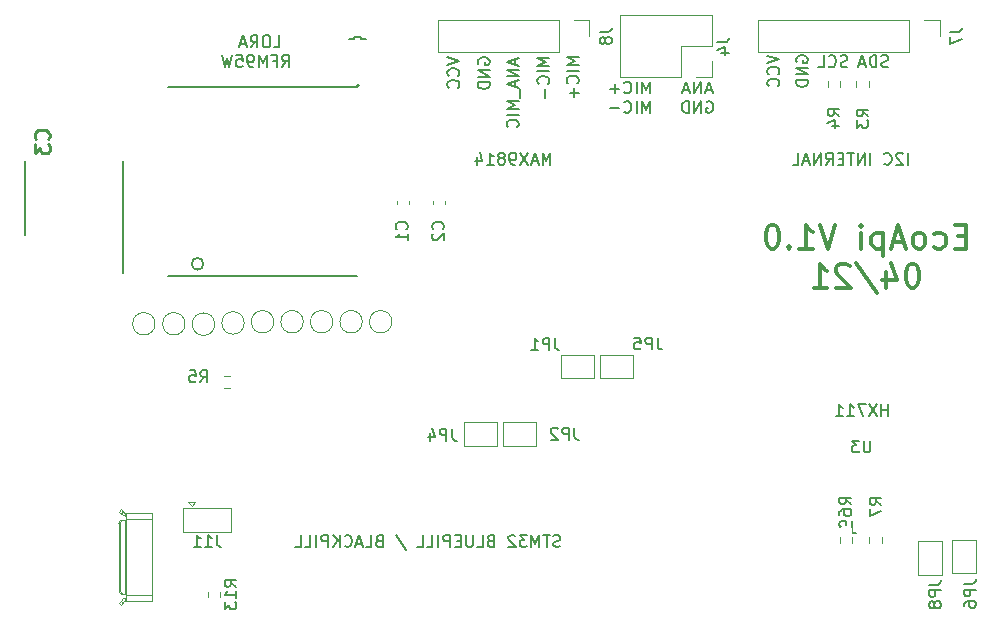
<source format=gbo>
G04 #@! TF.GenerationSoftware,KiCad,Pcbnew,5.1.9-73d0e3b20d~88~ubuntu18.04.1*
G04 #@! TF.CreationDate,2021-04-09T21:08:54+02:00*
G04 #@! TF.ProjectId,EcoApi_pcb,45636f41-7069-45f7-9063-622e6b696361,rev?*
G04 #@! TF.SameCoordinates,Original*
G04 #@! TF.FileFunction,Legend,Bot*
G04 #@! TF.FilePolarity,Positive*
%FSLAX46Y46*%
G04 Gerber Fmt 4.6, Leading zero omitted, Abs format (unit mm)*
G04 Created by KiCad (PCBNEW 5.1.9-73d0e3b20d~88~ubuntu18.04.1) date 2021-04-09 21:08:54*
%MOMM*%
%LPD*%
G01*
G04 APERTURE LIST*
%ADD10C,0.150000*%
%ADD11C,0.300000*%
%ADD12C,0.120000*%
%ADD13C,0.200000*%
%ADD14C,0.127000*%
%ADD15C,0.254000*%
%ADD16O,2.032000X2.540000*%
%ADD17O,2.000000X2.540000*%
%ADD18C,3.406000*%
%ADD19C,2.700000*%
%ADD20O,1.700000X1.700000*%
%ADD21R,1.700000X1.700000*%
%ADD22R,2.150000X4.000000*%
%ADD23R,1.000000X1.500000*%
%ADD24R,1.500000X1.000000*%
%ADD25C,1.500000*%
%ADD26R,1.950000X1.950000*%
%ADD27C,1.950000*%
%ADD28R,2.500000X1.200000*%
%ADD29C,1.700000*%
%ADD30R,1.050000X2.200000*%
%ADD31R,1.000000X1.050000*%
G04 APERTURE END LIST*
D10*
X91453809Y-77357380D02*
X91930000Y-77357380D01*
X91930000Y-76357380D01*
X90930000Y-76357380D02*
X90739523Y-76357380D01*
X90644285Y-76405000D01*
X90549047Y-76500238D01*
X90501428Y-76690714D01*
X90501428Y-77024047D01*
X90549047Y-77214523D01*
X90644285Y-77309761D01*
X90739523Y-77357380D01*
X90930000Y-77357380D01*
X91025238Y-77309761D01*
X91120476Y-77214523D01*
X91168095Y-77024047D01*
X91168095Y-76690714D01*
X91120476Y-76500238D01*
X91025238Y-76405000D01*
X90930000Y-76357380D01*
X89501428Y-77357380D02*
X89834761Y-76881190D01*
X90072857Y-77357380D02*
X90072857Y-76357380D01*
X89691904Y-76357380D01*
X89596666Y-76405000D01*
X89549047Y-76452619D01*
X89501428Y-76547857D01*
X89501428Y-76690714D01*
X89549047Y-76785952D01*
X89596666Y-76833571D01*
X89691904Y-76881190D01*
X90072857Y-76881190D01*
X89120476Y-77071666D02*
X88644285Y-77071666D01*
X89215714Y-77357380D02*
X88882380Y-76357380D01*
X88549047Y-77357380D01*
X92144285Y-79007380D02*
X92477619Y-78531190D01*
X92715714Y-79007380D02*
X92715714Y-78007380D01*
X92334761Y-78007380D01*
X92239523Y-78055000D01*
X92191904Y-78102619D01*
X92144285Y-78197857D01*
X92144285Y-78340714D01*
X92191904Y-78435952D01*
X92239523Y-78483571D01*
X92334761Y-78531190D01*
X92715714Y-78531190D01*
X91382380Y-78483571D02*
X91715714Y-78483571D01*
X91715714Y-79007380D02*
X91715714Y-78007380D01*
X91239523Y-78007380D01*
X90858571Y-79007380D02*
X90858571Y-78007380D01*
X90525238Y-78721666D01*
X90191904Y-78007380D01*
X90191904Y-79007380D01*
X89668095Y-79007380D02*
X89477619Y-79007380D01*
X89382380Y-78959761D01*
X89334761Y-78912142D01*
X89239523Y-78769285D01*
X89191904Y-78578809D01*
X89191904Y-78197857D01*
X89239523Y-78102619D01*
X89287142Y-78055000D01*
X89382380Y-78007380D01*
X89572857Y-78007380D01*
X89668095Y-78055000D01*
X89715714Y-78102619D01*
X89763333Y-78197857D01*
X89763333Y-78435952D01*
X89715714Y-78531190D01*
X89668095Y-78578809D01*
X89572857Y-78626428D01*
X89382380Y-78626428D01*
X89287142Y-78578809D01*
X89239523Y-78531190D01*
X89191904Y-78435952D01*
X88287142Y-78007380D02*
X88763333Y-78007380D01*
X88810952Y-78483571D01*
X88763333Y-78435952D01*
X88668095Y-78388333D01*
X88430000Y-78388333D01*
X88334761Y-78435952D01*
X88287142Y-78483571D01*
X88239523Y-78578809D01*
X88239523Y-78816904D01*
X88287142Y-78912142D01*
X88334761Y-78959761D01*
X88430000Y-79007380D01*
X88668095Y-79007380D01*
X88763333Y-78959761D01*
X88810952Y-78912142D01*
X87906190Y-78007380D02*
X87668095Y-79007380D01*
X87477619Y-78293095D01*
X87287142Y-79007380D01*
X87049047Y-78007380D01*
X145139523Y-87302380D02*
X145139523Y-86302380D01*
X144710952Y-86397619D02*
X144663333Y-86350000D01*
X144568095Y-86302380D01*
X144330000Y-86302380D01*
X144234761Y-86350000D01*
X144187142Y-86397619D01*
X144139523Y-86492857D01*
X144139523Y-86588095D01*
X144187142Y-86730952D01*
X144758571Y-87302380D01*
X144139523Y-87302380D01*
X143139523Y-87207142D02*
X143187142Y-87254761D01*
X143330000Y-87302380D01*
X143425238Y-87302380D01*
X143568095Y-87254761D01*
X143663333Y-87159523D01*
X143710952Y-87064285D01*
X143758571Y-86873809D01*
X143758571Y-86730952D01*
X143710952Y-86540476D01*
X143663333Y-86445238D01*
X143568095Y-86350000D01*
X143425238Y-86302380D01*
X143330000Y-86302380D01*
X143187142Y-86350000D01*
X143139523Y-86397619D01*
X141949047Y-87302380D02*
X141949047Y-86302380D01*
X141472857Y-87302380D02*
X141472857Y-86302380D01*
X140901428Y-87302380D01*
X140901428Y-86302380D01*
X140568095Y-86302380D02*
X139996666Y-86302380D01*
X140282380Y-87302380D02*
X140282380Y-86302380D01*
X139663333Y-86778571D02*
X139330000Y-86778571D01*
X139187142Y-87302380D02*
X139663333Y-87302380D01*
X139663333Y-86302380D01*
X139187142Y-86302380D01*
X138187142Y-87302380D02*
X138520476Y-86826190D01*
X138758571Y-87302380D02*
X138758571Y-86302380D01*
X138377619Y-86302380D01*
X138282380Y-86350000D01*
X138234761Y-86397619D01*
X138187142Y-86492857D01*
X138187142Y-86635714D01*
X138234761Y-86730952D01*
X138282380Y-86778571D01*
X138377619Y-86826190D01*
X138758571Y-86826190D01*
X137758571Y-87302380D02*
X137758571Y-86302380D01*
X137187142Y-87302380D01*
X137187142Y-86302380D01*
X136758571Y-87016666D02*
X136282380Y-87016666D01*
X136853809Y-87302380D02*
X136520476Y-86302380D01*
X136187142Y-87302380D01*
X135377619Y-87302380D02*
X135853809Y-87302380D01*
X135853809Y-86302380D01*
X114872857Y-87302380D02*
X114872857Y-86302380D01*
X114539523Y-87016666D01*
X114206190Y-86302380D01*
X114206190Y-87302380D01*
X113777619Y-87016666D02*
X113301428Y-87016666D01*
X113872857Y-87302380D02*
X113539523Y-86302380D01*
X113206190Y-87302380D01*
X112968095Y-86302380D02*
X112301428Y-87302380D01*
X112301428Y-86302380D02*
X112968095Y-87302380D01*
X111872857Y-87302380D02*
X111682380Y-87302380D01*
X111587142Y-87254761D01*
X111539523Y-87207142D01*
X111444285Y-87064285D01*
X111396666Y-86873809D01*
X111396666Y-86492857D01*
X111444285Y-86397619D01*
X111491904Y-86350000D01*
X111587142Y-86302380D01*
X111777619Y-86302380D01*
X111872857Y-86350000D01*
X111920476Y-86397619D01*
X111968095Y-86492857D01*
X111968095Y-86730952D01*
X111920476Y-86826190D01*
X111872857Y-86873809D01*
X111777619Y-86921428D01*
X111587142Y-86921428D01*
X111491904Y-86873809D01*
X111444285Y-86826190D01*
X111396666Y-86730952D01*
X110825238Y-86730952D02*
X110920476Y-86683333D01*
X110968095Y-86635714D01*
X111015714Y-86540476D01*
X111015714Y-86492857D01*
X110968095Y-86397619D01*
X110920476Y-86350000D01*
X110825238Y-86302380D01*
X110634761Y-86302380D01*
X110539523Y-86350000D01*
X110491904Y-86397619D01*
X110444285Y-86492857D01*
X110444285Y-86540476D01*
X110491904Y-86635714D01*
X110539523Y-86683333D01*
X110634761Y-86730952D01*
X110825238Y-86730952D01*
X110920476Y-86778571D01*
X110968095Y-86826190D01*
X111015714Y-86921428D01*
X111015714Y-87111904D01*
X110968095Y-87207142D01*
X110920476Y-87254761D01*
X110825238Y-87302380D01*
X110634761Y-87302380D01*
X110539523Y-87254761D01*
X110491904Y-87207142D01*
X110444285Y-87111904D01*
X110444285Y-86921428D01*
X110491904Y-86826190D01*
X110539523Y-86778571D01*
X110634761Y-86730952D01*
X109491904Y-87302380D02*
X110063333Y-87302380D01*
X109777619Y-87302380D02*
X109777619Y-86302380D01*
X109872857Y-86445238D01*
X109968095Y-86540476D01*
X110063333Y-86588095D01*
X108634761Y-86635714D02*
X108634761Y-87302380D01*
X108872857Y-86254761D02*
X109110952Y-86969047D01*
X108491904Y-86969047D01*
X115696666Y-119614761D02*
X115553809Y-119662380D01*
X115315714Y-119662380D01*
X115220476Y-119614761D01*
X115172857Y-119567142D01*
X115125238Y-119471904D01*
X115125238Y-119376666D01*
X115172857Y-119281428D01*
X115220476Y-119233809D01*
X115315714Y-119186190D01*
X115506190Y-119138571D01*
X115601428Y-119090952D01*
X115649047Y-119043333D01*
X115696666Y-118948095D01*
X115696666Y-118852857D01*
X115649047Y-118757619D01*
X115601428Y-118710000D01*
X115506190Y-118662380D01*
X115268095Y-118662380D01*
X115125238Y-118710000D01*
X114839523Y-118662380D02*
X114268095Y-118662380D01*
X114553809Y-119662380D02*
X114553809Y-118662380D01*
X113934761Y-119662380D02*
X113934761Y-118662380D01*
X113601428Y-119376666D01*
X113268095Y-118662380D01*
X113268095Y-119662380D01*
X112887142Y-118662380D02*
X112268095Y-118662380D01*
X112601428Y-119043333D01*
X112458571Y-119043333D01*
X112363333Y-119090952D01*
X112315714Y-119138571D01*
X112268095Y-119233809D01*
X112268095Y-119471904D01*
X112315714Y-119567142D01*
X112363333Y-119614761D01*
X112458571Y-119662380D01*
X112744285Y-119662380D01*
X112839523Y-119614761D01*
X112887142Y-119567142D01*
X111887142Y-118757619D02*
X111839523Y-118710000D01*
X111744285Y-118662380D01*
X111506190Y-118662380D01*
X111410952Y-118710000D01*
X111363333Y-118757619D01*
X111315714Y-118852857D01*
X111315714Y-118948095D01*
X111363333Y-119090952D01*
X111934761Y-119662380D01*
X111315714Y-119662380D01*
X109791904Y-119138571D02*
X109649047Y-119186190D01*
X109601428Y-119233809D01*
X109553809Y-119329047D01*
X109553809Y-119471904D01*
X109601428Y-119567142D01*
X109649047Y-119614761D01*
X109744285Y-119662380D01*
X110125238Y-119662380D01*
X110125238Y-118662380D01*
X109791904Y-118662380D01*
X109696666Y-118710000D01*
X109649047Y-118757619D01*
X109601428Y-118852857D01*
X109601428Y-118948095D01*
X109649047Y-119043333D01*
X109696666Y-119090952D01*
X109791904Y-119138571D01*
X110125238Y-119138571D01*
X108649047Y-119662380D02*
X109125238Y-119662380D01*
X109125238Y-118662380D01*
X108315714Y-118662380D02*
X108315714Y-119471904D01*
X108268095Y-119567142D01*
X108220476Y-119614761D01*
X108125238Y-119662380D01*
X107934761Y-119662380D01*
X107839523Y-119614761D01*
X107791904Y-119567142D01*
X107744285Y-119471904D01*
X107744285Y-118662380D01*
X107268095Y-119138571D02*
X106934761Y-119138571D01*
X106791904Y-119662380D02*
X107268095Y-119662380D01*
X107268095Y-118662380D01*
X106791904Y-118662380D01*
X106363333Y-119662380D02*
X106363333Y-118662380D01*
X105982380Y-118662380D01*
X105887142Y-118710000D01*
X105839523Y-118757619D01*
X105791904Y-118852857D01*
X105791904Y-118995714D01*
X105839523Y-119090952D01*
X105887142Y-119138571D01*
X105982380Y-119186190D01*
X106363333Y-119186190D01*
X105363333Y-119662380D02*
X105363333Y-118662380D01*
X104410952Y-119662380D02*
X104887142Y-119662380D01*
X104887142Y-118662380D01*
X103601428Y-119662380D02*
X104077619Y-119662380D01*
X104077619Y-118662380D01*
X101791904Y-118614761D02*
X102649047Y-119900476D01*
X100363333Y-119138571D02*
X100220476Y-119186190D01*
X100172857Y-119233809D01*
X100125238Y-119329047D01*
X100125238Y-119471904D01*
X100172857Y-119567142D01*
X100220476Y-119614761D01*
X100315714Y-119662380D01*
X100696666Y-119662380D01*
X100696666Y-118662380D01*
X100363333Y-118662380D01*
X100268095Y-118710000D01*
X100220476Y-118757619D01*
X100172857Y-118852857D01*
X100172857Y-118948095D01*
X100220476Y-119043333D01*
X100268095Y-119090952D01*
X100363333Y-119138571D01*
X100696666Y-119138571D01*
X99220476Y-119662380D02*
X99696666Y-119662380D01*
X99696666Y-118662380D01*
X98934761Y-119376666D02*
X98458571Y-119376666D01*
X99030000Y-119662380D02*
X98696666Y-118662380D01*
X98363333Y-119662380D01*
X97458571Y-119567142D02*
X97506190Y-119614761D01*
X97649047Y-119662380D01*
X97744285Y-119662380D01*
X97887142Y-119614761D01*
X97982380Y-119519523D01*
X98030000Y-119424285D01*
X98077619Y-119233809D01*
X98077619Y-119090952D01*
X98030000Y-118900476D01*
X97982380Y-118805238D01*
X97887142Y-118710000D01*
X97744285Y-118662380D01*
X97649047Y-118662380D01*
X97506190Y-118710000D01*
X97458571Y-118757619D01*
X97030000Y-119662380D02*
X97030000Y-118662380D01*
X96458571Y-119662380D02*
X96887142Y-119090952D01*
X96458571Y-118662380D02*
X97030000Y-119233809D01*
X96030000Y-119662380D02*
X96030000Y-118662380D01*
X95649047Y-118662380D01*
X95553809Y-118710000D01*
X95506190Y-118757619D01*
X95458571Y-118852857D01*
X95458571Y-118995714D01*
X95506190Y-119090952D01*
X95553809Y-119138571D01*
X95649047Y-119186190D01*
X96030000Y-119186190D01*
X95030000Y-119662380D02*
X95030000Y-118662380D01*
X94077619Y-119662380D02*
X94553809Y-119662380D01*
X94553809Y-118662380D01*
X93268095Y-119662380D02*
X93744285Y-119662380D01*
X93744285Y-118662380D01*
X143470476Y-108602380D02*
X143470476Y-107602380D01*
X143470476Y-108078571D02*
X142899047Y-108078571D01*
X142899047Y-108602380D02*
X142899047Y-107602380D01*
X142518095Y-107602380D02*
X141851428Y-108602380D01*
X141851428Y-107602380D02*
X142518095Y-108602380D01*
X141565714Y-107602380D02*
X140899047Y-107602380D01*
X141327619Y-108602380D01*
X139994285Y-108602380D02*
X140565714Y-108602380D01*
X140280000Y-108602380D02*
X140280000Y-107602380D01*
X140375238Y-107745238D01*
X140470476Y-107840476D01*
X140565714Y-107888095D01*
X139041904Y-108602380D02*
X139613333Y-108602380D01*
X139327619Y-108602380D02*
X139327619Y-107602380D01*
X139422857Y-107745238D01*
X139518095Y-107840476D01*
X139613333Y-107888095D01*
X106152380Y-78196666D02*
X107152380Y-78530000D01*
X106152380Y-78863333D01*
X107057142Y-79768095D02*
X107104761Y-79720476D01*
X107152380Y-79577619D01*
X107152380Y-79482380D01*
X107104761Y-79339523D01*
X107009523Y-79244285D01*
X106914285Y-79196666D01*
X106723809Y-79149047D01*
X106580952Y-79149047D01*
X106390476Y-79196666D01*
X106295238Y-79244285D01*
X106200000Y-79339523D01*
X106152380Y-79482380D01*
X106152380Y-79577619D01*
X106200000Y-79720476D01*
X106247619Y-79768095D01*
X107057142Y-80768095D02*
X107104761Y-80720476D01*
X107152380Y-80577619D01*
X107152380Y-80482380D01*
X107104761Y-80339523D01*
X107009523Y-80244285D01*
X106914285Y-80196666D01*
X106723809Y-80149047D01*
X106580952Y-80149047D01*
X106390476Y-80196666D01*
X106295238Y-80244285D01*
X106200000Y-80339523D01*
X106152380Y-80482380D01*
X106152380Y-80577619D01*
X106200000Y-80720476D01*
X106247619Y-80768095D01*
X108770000Y-78788095D02*
X108722380Y-78692857D01*
X108722380Y-78550000D01*
X108770000Y-78407142D01*
X108865238Y-78311904D01*
X108960476Y-78264285D01*
X109150952Y-78216666D01*
X109293809Y-78216666D01*
X109484285Y-78264285D01*
X109579523Y-78311904D01*
X109674761Y-78407142D01*
X109722380Y-78550000D01*
X109722380Y-78645238D01*
X109674761Y-78788095D01*
X109627142Y-78835714D01*
X109293809Y-78835714D01*
X109293809Y-78645238D01*
X109722380Y-79264285D02*
X108722380Y-79264285D01*
X109722380Y-79835714D01*
X108722380Y-79835714D01*
X109722380Y-80311904D02*
X108722380Y-80311904D01*
X108722380Y-80550000D01*
X108770000Y-80692857D01*
X108865238Y-80788095D01*
X108960476Y-80835714D01*
X109150952Y-80883333D01*
X109293809Y-80883333D01*
X109484285Y-80835714D01*
X109579523Y-80788095D01*
X109674761Y-80692857D01*
X109722380Y-80550000D01*
X109722380Y-80311904D01*
X111886666Y-78349047D02*
X111886666Y-78825238D01*
X112172380Y-78253809D02*
X111172380Y-78587142D01*
X112172380Y-78920476D01*
X112172380Y-79253809D02*
X111172380Y-79253809D01*
X112172380Y-79825238D01*
X111172380Y-79825238D01*
X111886666Y-80253809D02*
X111886666Y-80730000D01*
X112172380Y-80158571D02*
X111172380Y-80491904D01*
X112172380Y-80825238D01*
X112267619Y-80920476D02*
X112267619Y-81682380D01*
X112172380Y-81920476D02*
X111172380Y-81920476D01*
X111886666Y-82253809D01*
X111172380Y-82587142D01*
X112172380Y-82587142D01*
X112172380Y-83063333D02*
X111172380Y-83063333D01*
X112077142Y-84110952D02*
X112124761Y-84063333D01*
X112172380Y-83920476D01*
X112172380Y-83825238D01*
X112124761Y-83682380D01*
X112029523Y-83587142D01*
X111934285Y-83539523D01*
X111743809Y-83491904D01*
X111600952Y-83491904D01*
X111410476Y-83539523D01*
X111315238Y-83587142D01*
X111220000Y-83682380D01*
X111172380Y-83825238D01*
X111172380Y-83920476D01*
X111220000Y-84063333D01*
X111267619Y-84110952D01*
X114772380Y-78249523D02*
X113772380Y-78249523D01*
X114486666Y-78582857D01*
X113772380Y-78916190D01*
X114772380Y-78916190D01*
X114772380Y-79392380D02*
X113772380Y-79392380D01*
X114677142Y-80440000D02*
X114724761Y-80392380D01*
X114772380Y-80249523D01*
X114772380Y-80154285D01*
X114724761Y-80011428D01*
X114629523Y-79916190D01*
X114534285Y-79868571D01*
X114343809Y-79820952D01*
X114200952Y-79820952D01*
X114010476Y-79868571D01*
X113915238Y-79916190D01*
X113820000Y-80011428D01*
X113772380Y-80154285D01*
X113772380Y-80249523D01*
X113820000Y-80392380D01*
X113867619Y-80440000D01*
X114391428Y-80868571D02*
X114391428Y-81630476D01*
X117252380Y-78209523D02*
X116252380Y-78209523D01*
X116966666Y-78542857D01*
X116252380Y-78876190D01*
X117252380Y-78876190D01*
X117252380Y-79352380D02*
X116252380Y-79352380D01*
X117157142Y-80400000D02*
X117204761Y-80352380D01*
X117252380Y-80209523D01*
X117252380Y-80114285D01*
X117204761Y-79971428D01*
X117109523Y-79876190D01*
X117014285Y-79828571D01*
X116823809Y-79780952D01*
X116680952Y-79780952D01*
X116490476Y-79828571D01*
X116395238Y-79876190D01*
X116300000Y-79971428D01*
X116252380Y-80114285D01*
X116252380Y-80209523D01*
X116300000Y-80352380D01*
X116347619Y-80400000D01*
X116871428Y-80828571D02*
X116871428Y-81590476D01*
X117252380Y-81209523D02*
X116490476Y-81209523D01*
X128530476Y-80981666D02*
X128054285Y-80981666D01*
X128625714Y-81267380D02*
X128292380Y-80267380D01*
X127959047Y-81267380D01*
X127625714Y-81267380D02*
X127625714Y-80267380D01*
X127054285Y-81267380D01*
X127054285Y-80267380D01*
X126625714Y-80981666D02*
X126149523Y-80981666D01*
X126720952Y-81267380D02*
X126387619Y-80267380D01*
X126054285Y-81267380D01*
X128101904Y-81965000D02*
X128197142Y-81917380D01*
X128340000Y-81917380D01*
X128482857Y-81965000D01*
X128578095Y-82060238D01*
X128625714Y-82155476D01*
X128673333Y-82345952D01*
X128673333Y-82488809D01*
X128625714Y-82679285D01*
X128578095Y-82774523D01*
X128482857Y-82869761D01*
X128340000Y-82917380D01*
X128244761Y-82917380D01*
X128101904Y-82869761D01*
X128054285Y-82822142D01*
X128054285Y-82488809D01*
X128244761Y-82488809D01*
X127625714Y-82917380D02*
X127625714Y-81917380D01*
X127054285Y-82917380D01*
X127054285Y-81917380D01*
X126578095Y-82917380D02*
X126578095Y-81917380D01*
X126340000Y-81917380D01*
X126197142Y-81965000D01*
X126101904Y-82060238D01*
X126054285Y-82155476D01*
X126006666Y-82345952D01*
X126006666Y-82488809D01*
X126054285Y-82679285D01*
X126101904Y-82774523D01*
X126197142Y-82869761D01*
X126340000Y-82917380D01*
X126578095Y-82917380D01*
X123310476Y-81267380D02*
X123310476Y-80267380D01*
X122977142Y-80981666D01*
X122643809Y-80267380D01*
X122643809Y-81267380D01*
X122167619Y-81267380D02*
X122167619Y-80267380D01*
X121120000Y-81172142D02*
X121167619Y-81219761D01*
X121310476Y-81267380D01*
X121405714Y-81267380D01*
X121548571Y-81219761D01*
X121643809Y-81124523D01*
X121691428Y-81029285D01*
X121739047Y-80838809D01*
X121739047Y-80695952D01*
X121691428Y-80505476D01*
X121643809Y-80410238D01*
X121548571Y-80315000D01*
X121405714Y-80267380D01*
X121310476Y-80267380D01*
X121167619Y-80315000D01*
X121120000Y-80362619D01*
X120691428Y-80886428D02*
X119929523Y-80886428D01*
X120310476Y-81267380D02*
X120310476Y-80505476D01*
X123310476Y-82917380D02*
X123310476Y-81917380D01*
X122977142Y-82631666D01*
X122643809Y-81917380D01*
X122643809Y-82917380D01*
X122167619Y-82917380D02*
X122167619Y-81917380D01*
X121120000Y-82822142D02*
X121167619Y-82869761D01*
X121310476Y-82917380D01*
X121405714Y-82917380D01*
X121548571Y-82869761D01*
X121643809Y-82774523D01*
X121691428Y-82679285D01*
X121739047Y-82488809D01*
X121739047Y-82345952D01*
X121691428Y-82155476D01*
X121643809Y-82060238D01*
X121548571Y-81965000D01*
X121405714Y-81917380D01*
X121310476Y-81917380D01*
X121167619Y-81965000D01*
X121120000Y-82012619D01*
X120691428Y-82536428D02*
X119929523Y-82536428D01*
X133252380Y-78056666D02*
X134252380Y-78390000D01*
X133252380Y-78723333D01*
X134157142Y-79628095D02*
X134204761Y-79580476D01*
X134252380Y-79437619D01*
X134252380Y-79342380D01*
X134204761Y-79199523D01*
X134109523Y-79104285D01*
X134014285Y-79056666D01*
X133823809Y-79009047D01*
X133680952Y-79009047D01*
X133490476Y-79056666D01*
X133395238Y-79104285D01*
X133300000Y-79199523D01*
X133252380Y-79342380D01*
X133252380Y-79437619D01*
X133300000Y-79580476D01*
X133347619Y-79628095D01*
X134157142Y-80628095D02*
X134204761Y-80580476D01*
X134252380Y-80437619D01*
X134252380Y-80342380D01*
X134204761Y-80199523D01*
X134109523Y-80104285D01*
X134014285Y-80056666D01*
X133823809Y-80009047D01*
X133680952Y-80009047D01*
X133490476Y-80056666D01*
X133395238Y-80104285D01*
X133300000Y-80199523D01*
X133252380Y-80342380D01*
X133252380Y-80437619D01*
X133300000Y-80580476D01*
X133347619Y-80628095D01*
X135730000Y-78608095D02*
X135682380Y-78512857D01*
X135682380Y-78370000D01*
X135730000Y-78227142D01*
X135825238Y-78131904D01*
X135920476Y-78084285D01*
X136110952Y-78036666D01*
X136253809Y-78036666D01*
X136444285Y-78084285D01*
X136539523Y-78131904D01*
X136634761Y-78227142D01*
X136682380Y-78370000D01*
X136682380Y-78465238D01*
X136634761Y-78608095D01*
X136587142Y-78655714D01*
X136253809Y-78655714D01*
X136253809Y-78465238D01*
X136682380Y-79084285D02*
X135682380Y-79084285D01*
X136682380Y-79655714D01*
X135682380Y-79655714D01*
X136682380Y-80131904D02*
X135682380Y-80131904D01*
X135682380Y-80370000D01*
X135730000Y-80512857D01*
X135825238Y-80608095D01*
X135920476Y-80655714D01*
X136110952Y-80703333D01*
X136253809Y-80703333D01*
X136444285Y-80655714D01*
X136539523Y-80608095D01*
X136634761Y-80512857D01*
X136682380Y-80370000D01*
X136682380Y-80131904D01*
X140010476Y-78994761D02*
X139867619Y-79042380D01*
X139629523Y-79042380D01*
X139534285Y-78994761D01*
X139486666Y-78947142D01*
X139439047Y-78851904D01*
X139439047Y-78756666D01*
X139486666Y-78661428D01*
X139534285Y-78613809D01*
X139629523Y-78566190D01*
X139820000Y-78518571D01*
X139915238Y-78470952D01*
X139962857Y-78423333D01*
X140010476Y-78328095D01*
X140010476Y-78232857D01*
X139962857Y-78137619D01*
X139915238Y-78090000D01*
X139820000Y-78042380D01*
X139581904Y-78042380D01*
X139439047Y-78090000D01*
X138439047Y-78947142D02*
X138486666Y-78994761D01*
X138629523Y-79042380D01*
X138724761Y-79042380D01*
X138867619Y-78994761D01*
X138962857Y-78899523D01*
X139010476Y-78804285D01*
X139058095Y-78613809D01*
X139058095Y-78470952D01*
X139010476Y-78280476D01*
X138962857Y-78185238D01*
X138867619Y-78090000D01*
X138724761Y-78042380D01*
X138629523Y-78042380D01*
X138486666Y-78090000D01*
X138439047Y-78137619D01*
X137534285Y-79042380D02*
X138010476Y-79042380D01*
X138010476Y-78042380D01*
X143474285Y-78994761D02*
X143331428Y-79042380D01*
X143093333Y-79042380D01*
X142998095Y-78994761D01*
X142950476Y-78947142D01*
X142902857Y-78851904D01*
X142902857Y-78756666D01*
X142950476Y-78661428D01*
X142998095Y-78613809D01*
X143093333Y-78566190D01*
X143283809Y-78518571D01*
X143379047Y-78470952D01*
X143426666Y-78423333D01*
X143474285Y-78328095D01*
X143474285Y-78232857D01*
X143426666Y-78137619D01*
X143379047Y-78090000D01*
X143283809Y-78042380D01*
X143045714Y-78042380D01*
X142902857Y-78090000D01*
X142474285Y-79042380D02*
X142474285Y-78042380D01*
X142236190Y-78042380D01*
X142093333Y-78090000D01*
X141998095Y-78185238D01*
X141950476Y-78280476D01*
X141902857Y-78470952D01*
X141902857Y-78613809D01*
X141950476Y-78804285D01*
X141998095Y-78899523D01*
X142093333Y-78994761D01*
X142236190Y-79042380D01*
X142474285Y-79042380D01*
X141521904Y-78756666D02*
X141045714Y-78756666D01*
X141617142Y-79042380D02*
X141283809Y-78042380D01*
X140950476Y-79042380D01*
D11*
X150058571Y-93357142D02*
X149391904Y-93357142D01*
X149106190Y-94404761D02*
X150058571Y-94404761D01*
X150058571Y-92404761D01*
X149106190Y-92404761D01*
X147391904Y-94309523D02*
X147582380Y-94404761D01*
X147963333Y-94404761D01*
X148153809Y-94309523D01*
X148249047Y-94214285D01*
X148344285Y-94023809D01*
X148344285Y-93452380D01*
X148249047Y-93261904D01*
X148153809Y-93166666D01*
X147963333Y-93071428D01*
X147582380Y-93071428D01*
X147391904Y-93166666D01*
X146249047Y-94404761D02*
X146439523Y-94309523D01*
X146534761Y-94214285D01*
X146630000Y-94023809D01*
X146630000Y-93452380D01*
X146534761Y-93261904D01*
X146439523Y-93166666D01*
X146249047Y-93071428D01*
X145963333Y-93071428D01*
X145772857Y-93166666D01*
X145677619Y-93261904D01*
X145582380Y-93452380D01*
X145582380Y-94023809D01*
X145677619Y-94214285D01*
X145772857Y-94309523D01*
X145963333Y-94404761D01*
X146249047Y-94404761D01*
X144820476Y-93833333D02*
X143868095Y-93833333D01*
X145010952Y-94404761D02*
X144344285Y-92404761D01*
X143677619Y-94404761D01*
X143010952Y-93071428D02*
X143010952Y-95071428D01*
X143010952Y-93166666D02*
X142820476Y-93071428D01*
X142439523Y-93071428D01*
X142249047Y-93166666D01*
X142153809Y-93261904D01*
X142058571Y-93452380D01*
X142058571Y-94023809D01*
X142153809Y-94214285D01*
X142249047Y-94309523D01*
X142439523Y-94404761D01*
X142820476Y-94404761D01*
X143010952Y-94309523D01*
X141201428Y-94404761D02*
X141201428Y-93071428D01*
X141201428Y-92404761D02*
X141296666Y-92500000D01*
X141201428Y-92595238D01*
X141106190Y-92500000D01*
X141201428Y-92404761D01*
X141201428Y-92595238D01*
X139010952Y-92404761D02*
X138344285Y-94404761D01*
X137677619Y-92404761D01*
X135963333Y-94404761D02*
X137106190Y-94404761D01*
X136534761Y-94404761D02*
X136534761Y-92404761D01*
X136725238Y-92690476D01*
X136915714Y-92880952D01*
X137106190Y-92976190D01*
X135106190Y-94214285D02*
X135010952Y-94309523D01*
X135106190Y-94404761D01*
X135201428Y-94309523D01*
X135106190Y-94214285D01*
X135106190Y-94404761D01*
X133772857Y-92404761D02*
X133582380Y-92404761D01*
X133391904Y-92500000D01*
X133296666Y-92595238D01*
X133201428Y-92785714D01*
X133106190Y-93166666D01*
X133106190Y-93642857D01*
X133201428Y-94023809D01*
X133296666Y-94214285D01*
X133391904Y-94309523D01*
X133582380Y-94404761D01*
X133772857Y-94404761D01*
X133963333Y-94309523D01*
X134058571Y-94214285D01*
X134153809Y-94023809D01*
X134249047Y-93642857D01*
X134249047Y-93166666D01*
X134153809Y-92785714D01*
X134058571Y-92595238D01*
X133963333Y-92500000D01*
X133772857Y-92404761D01*
X145630000Y-95704761D02*
X145439523Y-95704761D01*
X145249047Y-95800000D01*
X145153809Y-95895238D01*
X145058571Y-96085714D01*
X144963333Y-96466666D01*
X144963333Y-96942857D01*
X145058571Y-97323809D01*
X145153809Y-97514285D01*
X145249047Y-97609523D01*
X145439523Y-97704761D01*
X145630000Y-97704761D01*
X145820476Y-97609523D01*
X145915714Y-97514285D01*
X146010952Y-97323809D01*
X146106190Y-96942857D01*
X146106190Y-96466666D01*
X146010952Y-96085714D01*
X145915714Y-95895238D01*
X145820476Y-95800000D01*
X145630000Y-95704761D01*
X143249047Y-96371428D02*
X143249047Y-97704761D01*
X143725238Y-95609523D02*
X144201428Y-97038095D01*
X142963333Y-97038095D01*
X140772857Y-95609523D02*
X142487142Y-98180952D01*
X140201428Y-95895238D02*
X140106190Y-95800000D01*
X139915714Y-95704761D01*
X139439523Y-95704761D01*
X139249047Y-95800000D01*
X139153809Y-95895238D01*
X139058571Y-96085714D01*
X139058571Y-96276190D01*
X139153809Y-96561904D01*
X140296666Y-97704761D01*
X139058571Y-97704761D01*
X137153809Y-97704761D02*
X138296666Y-97704761D01*
X137725238Y-97704761D02*
X137725238Y-95704761D01*
X137915714Y-95990476D01*
X138106190Y-96180952D01*
X138296666Y-96276190D01*
D12*
G04 #@! TO.C,J4*
X120800000Y-79860000D02*
X120800000Y-74660000D01*
X125940000Y-79860000D02*
X120800000Y-79860000D01*
X128540000Y-74660000D02*
X120800000Y-74660000D01*
X125940000Y-79860000D02*
X125940000Y-77260000D01*
X125940000Y-77260000D02*
X128540000Y-77260000D01*
X128540000Y-77260000D02*
X128540000Y-74660000D01*
X127210000Y-79860000D02*
X128540000Y-79860000D01*
X128540000Y-79860000D02*
X128540000Y-78530000D01*
D13*
G04 #@! TO.C,C3*
X78690000Y-96510000D02*
X78690000Y-87010000D01*
X70390000Y-93235000D02*
X70390000Y-87010000D01*
D12*
G04 #@! TO.C,C2*
X105940000Y-90334420D02*
X105940000Y-90615580D01*
X104920000Y-90334420D02*
X104920000Y-90615580D01*
G04 #@! TO.C,C1*
X102880000Y-90344420D02*
X102880000Y-90625580D01*
X101860000Y-90344420D02*
X101860000Y-90625580D01*
G04 #@! TO.C,J11*
X83770000Y-118390000D02*
X87870000Y-118390000D01*
X87870000Y-118390000D02*
X87870000Y-116390000D01*
X87870000Y-116390000D02*
X83770000Y-116390000D01*
X83770000Y-116390000D02*
X83770000Y-118390000D01*
X84520000Y-116190000D02*
X84220000Y-115890000D01*
X84220000Y-115890000D02*
X84820000Y-115890000D01*
X84520000Y-116190000D02*
X84820000Y-115890000D01*
G04 #@! TO.C,JP6*
X150900000Y-121900000D02*
X150900000Y-119100000D01*
X150900000Y-119100000D02*
X148900000Y-119100000D01*
X148900000Y-119100000D02*
X148900000Y-121900000D01*
X148900000Y-121900000D02*
X150900000Y-121900000D01*
G04 #@! TO.C,JP8*
X146000000Y-119200000D02*
X146000000Y-122000000D01*
X146000000Y-122000000D02*
X148000000Y-122000000D01*
X148000000Y-122000000D02*
X148000000Y-119200000D01*
X148000000Y-119200000D02*
X146000000Y-119200000D01*
G04 #@! TO.C,JP5*
X121850000Y-103400000D02*
X119050000Y-103400000D01*
X119050000Y-103400000D02*
X119050000Y-105400000D01*
X119050000Y-105400000D02*
X121850000Y-105400000D01*
X121850000Y-105400000D02*
X121850000Y-103400000D01*
G04 #@! TO.C,JP4*
X107550000Y-111100000D02*
X110350000Y-111100000D01*
X110350000Y-111100000D02*
X110350000Y-109100000D01*
X110350000Y-109100000D02*
X107550000Y-109100000D01*
X107550000Y-109100000D02*
X107550000Y-111100000D01*
G04 #@! TO.C,JP2*
X110850000Y-111100000D02*
X113650000Y-111100000D01*
X113650000Y-111100000D02*
X113650000Y-109100000D01*
X113650000Y-109100000D02*
X110850000Y-109100000D01*
X110850000Y-109100000D02*
X110850000Y-111100000D01*
G04 #@! TO.C,JP1*
X118550000Y-103400000D02*
X115750000Y-103400000D01*
X115750000Y-103400000D02*
X115750000Y-105400000D01*
X115750000Y-105400000D02*
X118550000Y-105400000D01*
X118550000Y-105400000D02*
X118550000Y-103400000D01*
G04 #@! TO.C,TP11*
X96450000Y-100600000D02*
G75*
G03*
X96450000Y-100600000I-950000J0D01*
G01*
G04 #@! TO.C,TP16*
X93950000Y-100600000D02*
G75*
G03*
X93950000Y-100600000I-950000J0D01*
G01*
G04 #@! TO.C,TP15*
X101450000Y-100600000D02*
G75*
G03*
X101450000Y-100600000I-950000J0D01*
G01*
G04 #@! TO.C,TP12*
X98950000Y-100600000D02*
G75*
G03*
X98950000Y-100600000I-950000J0D01*
G01*
G04 #@! TO.C,TP10*
X91450000Y-100600000D02*
G75*
G03*
X91450000Y-100600000I-950000J0D01*
G01*
G04 #@! TO.C,TP9*
X83940000Y-100770000D02*
G75*
G03*
X83940000Y-100770000I-950000J0D01*
G01*
G04 #@! TO.C,TP8*
X86450000Y-100800000D02*
G75*
G03*
X86450000Y-100800000I-950000J0D01*
G01*
G04 #@! TO.C,TP7*
X88950000Y-100700000D02*
G75*
G03*
X88950000Y-100700000I-950000J0D01*
G01*
G04 #@! TO.C,TP3*
X81400000Y-100770000D02*
G75*
G03*
X81400000Y-100770000I-950000J0D01*
G01*
G04 #@! TO.C,R13*
X85877500Y-123912258D02*
X85877500Y-123437742D01*
X86922500Y-123912258D02*
X86922500Y-123437742D01*
D10*
G04 #@! TO.C,U2*
X82500000Y-96700000D02*
X98500000Y-96700000D01*
X82500000Y-80700000D02*
X98500000Y-80700000D01*
X85500000Y-95700000D02*
G75*
G03*
X85500000Y-95700000I-500000J0D01*
G01*
D12*
G04 #@! TO.C,U1*
X78680469Y-116647784D02*
X78517578Y-116832659D01*
X78645241Y-116945142D02*
X78330000Y-116667387D01*
X78330000Y-116667387D02*
X78492892Y-116482512D01*
X78492892Y-116482512D02*
X78809153Y-116761166D01*
X78492892Y-124557487D02*
X78809153Y-124278833D01*
X78330000Y-124372612D02*
X78492892Y-124557487D01*
X78680469Y-124392215D02*
X78517578Y-124207340D01*
X78645241Y-124094857D02*
X78330000Y-124372612D01*
X78880000Y-117060728D02*
X78880000Y-116805072D01*
X78980000Y-117069988D02*
X78975785Y-117069988D01*
X78980000Y-123970011D02*
X78975785Y-123970011D01*
X78880000Y-123979271D02*
X78880000Y-124234927D01*
X78979936Y-117323589D02*
X81100000Y-117323589D01*
X78974425Y-116823589D02*
X78971500Y-116823572D01*
X78974425Y-116823589D02*
X81100000Y-116823589D01*
X81100000Y-124216410D02*
X81100000Y-116823589D01*
X78980000Y-116830103D02*
X78980000Y-117320000D01*
X78974425Y-124216410D02*
X81100000Y-124216410D01*
X78974425Y-124216410D02*
X78971500Y-124216427D01*
X78980000Y-124209896D02*
X78980000Y-123720000D01*
X78979936Y-123716410D02*
X81100000Y-123716410D01*
X78980000Y-123720000D02*
X78979936Y-123716410D01*
X78980000Y-117320000D02*
X78979936Y-117323589D01*
X78958825Y-123658464D02*
X78958825Y-117381535D01*
X78330000Y-123370000D02*
X78330000Y-117670000D01*
X78473395Y-117670000D02*
X78330000Y-117670000D01*
X78473395Y-123370000D02*
X78330000Y-123370000D01*
X78534789Y-123620000D02*
X78880000Y-123620000D01*
X78473395Y-123370000D02*
X78473395Y-117670000D01*
X78534789Y-117420000D02*
X78880000Y-117420000D01*
X78815431Y-117420000D02*
X78815431Y-123620000D01*
X78979669Y-116828513D02*
X78980000Y-116830103D01*
X78971500Y-116823572D02*
X78979669Y-116828513D01*
X78979669Y-124211486D02*
X78980000Y-124209896D01*
X78971500Y-124216427D02*
X78979669Y-124211486D01*
X78645241Y-116945142D02*
G75*
G03*
X78975785Y-117069988I330544J375154D01*
G01*
X78809153Y-116761166D02*
G75*
G03*
X78971500Y-116823572I165272J187577D01*
G01*
X78971500Y-124216427D02*
G75*
G03*
X78809153Y-124278833I2925J-249983D01*
G01*
X78975785Y-123970011D02*
G75*
G03*
X78645241Y-124094857I0J-500000D01*
G01*
X78880001Y-117420000D02*
G75*
G03*
X78979936Y-117323589I-1J100000D01*
G01*
X78979937Y-123716410D02*
G75*
G03*
X78880000Y-123619999I-99937J-3590D01*
G01*
X78534788Y-117419999D02*
G75*
G03*
X78330000Y-117670000I25102J-229439D01*
G01*
X78330001Y-123370000D02*
G75*
G03*
X78534789Y-123619999I229889J-20561D01*
G01*
X78473395Y-123370000D02*
G75*
G03*
X78678183Y-123619999I229889J-20561D01*
G01*
X78678182Y-117420000D02*
G75*
G03*
X78473395Y-117670000I25102J-229438D01*
G01*
G04 #@! TO.C,J7*
X147830000Y-76400000D02*
X147830000Y-75070000D01*
X147830000Y-75070000D02*
X146500000Y-75070000D01*
X145230000Y-75070000D02*
X132470000Y-75070000D01*
X132470000Y-77730000D02*
X132470000Y-75070000D01*
X145230000Y-77730000D02*
X132470000Y-77730000D01*
X145230000Y-77730000D02*
X145230000Y-75070000D01*
G04 #@! TO.C,J8*
X118170000Y-76400000D02*
X118170000Y-75070000D01*
X118170000Y-75070000D02*
X116840000Y-75070000D01*
X115570000Y-75070000D02*
X105350000Y-75070000D01*
X105350000Y-77730000D02*
X105350000Y-75070000D01*
X115570000Y-77730000D02*
X105350000Y-77730000D01*
X115570000Y-77730000D02*
X115570000Y-75070000D01*
G04 #@! TO.C,R7*
X142922500Y-118837742D02*
X142922500Y-119312258D01*
X141877500Y-118837742D02*
X141877500Y-119312258D01*
G04 #@! TO.C,R6*
X140422500Y-118837742D02*
X140422500Y-119312258D01*
X139377500Y-118837742D02*
X139377500Y-119312258D01*
G04 #@! TO.C,R5*
X87712258Y-106222500D02*
X87237742Y-106222500D01*
X87712258Y-105177500D02*
X87237742Y-105177500D01*
G04 #@! TO.C,R4*
X138377500Y-80712258D02*
X138377500Y-80237742D01*
X139422500Y-80712258D02*
X139422500Y-80237742D01*
G04 #@! TO.C,R3*
X140777500Y-80712258D02*
X140777500Y-80237742D01*
X141822500Y-80712258D02*
X141822500Y-80237742D01*
D13*
G04 #@! TO.C,J0*
X98645000Y-80610000D02*
G75*
G03*
X98645000Y-80610000I-100000J0D01*
G01*
D14*
X98225000Y-76700000D02*
X98225000Y-76450000D01*
X97825000Y-76700000D02*
X98225000Y-76700000D01*
X98825000Y-76700000D02*
X99225000Y-76700000D01*
X98825000Y-76450000D02*
X98825000Y-76700000D01*
X98225000Y-76450000D02*
X98825000Y-76450000D01*
G04 #@! TO.C,U3*
D10*
X141961904Y-110652380D02*
X141961904Y-111461904D01*
X141914285Y-111557142D01*
X141866666Y-111604761D01*
X141771428Y-111652380D01*
X141580952Y-111652380D01*
X141485714Y-111604761D01*
X141438095Y-111557142D01*
X141390476Y-111461904D01*
X141390476Y-110652380D01*
X141009523Y-110652380D02*
X140390476Y-110652380D01*
X140723809Y-111033333D01*
X140580952Y-111033333D01*
X140485714Y-111080952D01*
X140438095Y-111128571D01*
X140390476Y-111223809D01*
X140390476Y-111461904D01*
X140438095Y-111557142D01*
X140485714Y-111604761D01*
X140580952Y-111652380D01*
X140866666Y-111652380D01*
X140961904Y-111604761D01*
X141009523Y-111557142D01*
X140368422Y-117492220D02*
X140368422Y-118206506D01*
X140416041Y-118349363D01*
X140511280Y-118444601D01*
X140654137Y-118492220D01*
X140749375Y-118492220D01*
X139892232Y-118492220D02*
X139892232Y-117492220D01*
X139511280Y-117492220D01*
X139416041Y-117539840D01*
X139368422Y-117587459D01*
X139320803Y-117682697D01*
X139320803Y-117825554D01*
X139368422Y-117920792D01*
X139416041Y-117968411D01*
X139511280Y-118016030D01*
X139892232Y-118016030D01*
G04 #@! TO.C,J4*
X128992380Y-76926666D02*
X129706666Y-76926666D01*
X129849523Y-76879047D01*
X129944761Y-76783809D01*
X129992380Y-76640952D01*
X129992380Y-76545714D01*
X129325714Y-77831428D02*
X129992380Y-77831428D01*
X128944761Y-77593333D02*
X129659047Y-77355238D01*
X129659047Y-77974285D01*
G04 #@! TO.C,C3*
D15*
X72343571Y-85128333D02*
X72404047Y-85067857D01*
X72464523Y-84886428D01*
X72464523Y-84765476D01*
X72404047Y-84584047D01*
X72283095Y-84463095D01*
X72162142Y-84402619D01*
X71920238Y-84342142D01*
X71738809Y-84342142D01*
X71496904Y-84402619D01*
X71375952Y-84463095D01*
X71255000Y-84584047D01*
X71194523Y-84765476D01*
X71194523Y-84886428D01*
X71255000Y-85067857D01*
X71315476Y-85128333D01*
X71194523Y-85551666D02*
X71194523Y-86337857D01*
X71678333Y-85914523D01*
X71678333Y-86095952D01*
X71738809Y-86216904D01*
X71799285Y-86277380D01*
X71920238Y-86337857D01*
X72222619Y-86337857D01*
X72343571Y-86277380D01*
X72404047Y-86216904D01*
X72464523Y-86095952D01*
X72464523Y-85733095D01*
X72404047Y-85612142D01*
X72343571Y-85551666D01*
G04 #@! TO.C,C2*
D10*
X105767142Y-92763333D02*
X105814761Y-92715714D01*
X105862380Y-92572857D01*
X105862380Y-92477619D01*
X105814761Y-92334761D01*
X105719523Y-92239523D01*
X105624285Y-92191904D01*
X105433809Y-92144285D01*
X105290952Y-92144285D01*
X105100476Y-92191904D01*
X105005238Y-92239523D01*
X104910000Y-92334761D01*
X104862380Y-92477619D01*
X104862380Y-92572857D01*
X104910000Y-92715714D01*
X104957619Y-92763333D01*
X104957619Y-93144285D02*
X104910000Y-93191904D01*
X104862380Y-93287142D01*
X104862380Y-93525238D01*
X104910000Y-93620476D01*
X104957619Y-93668095D01*
X105052857Y-93715714D01*
X105148095Y-93715714D01*
X105290952Y-93668095D01*
X105862380Y-93096666D01*
X105862380Y-93715714D01*
G04 #@! TO.C,C1*
X102687142Y-92753333D02*
X102734761Y-92705714D01*
X102782380Y-92562857D01*
X102782380Y-92467619D01*
X102734761Y-92324761D01*
X102639523Y-92229523D01*
X102544285Y-92181904D01*
X102353809Y-92134285D01*
X102210952Y-92134285D01*
X102020476Y-92181904D01*
X101925238Y-92229523D01*
X101830000Y-92324761D01*
X101782380Y-92467619D01*
X101782380Y-92562857D01*
X101830000Y-92705714D01*
X101877619Y-92753333D01*
X102782380Y-93705714D02*
X102782380Y-93134285D01*
X102782380Y-93420000D02*
X101782380Y-93420000D01*
X101925238Y-93324761D01*
X102020476Y-93229523D01*
X102068095Y-93134285D01*
G04 #@! TO.C,J11*
X86629523Y-118642380D02*
X86629523Y-119356666D01*
X86677142Y-119499523D01*
X86772380Y-119594761D01*
X86915238Y-119642380D01*
X87010476Y-119642380D01*
X85629523Y-119642380D02*
X86200952Y-119642380D01*
X85915238Y-119642380D02*
X85915238Y-118642380D01*
X86010476Y-118785238D01*
X86105714Y-118880476D01*
X86200952Y-118928095D01*
X84677142Y-119642380D02*
X85248571Y-119642380D01*
X84962857Y-119642380D02*
X84962857Y-118642380D01*
X85058095Y-118785238D01*
X85153333Y-118880476D01*
X85248571Y-118928095D01*
G04 #@! TO.C,JP6*
X149892380Y-122796666D02*
X150606666Y-122796666D01*
X150749523Y-122749047D01*
X150844761Y-122653809D01*
X150892380Y-122510952D01*
X150892380Y-122415714D01*
X150892380Y-123272857D02*
X149892380Y-123272857D01*
X149892380Y-123653809D01*
X149940000Y-123749047D01*
X149987619Y-123796666D01*
X150082857Y-123844285D01*
X150225714Y-123844285D01*
X150320952Y-123796666D01*
X150368571Y-123749047D01*
X150416190Y-123653809D01*
X150416190Y-123272857D01*
X149892380Y-124701428D02*
X149892380Y-124510952D01*
X149940000Y-124415714D01*
X149987619Y-124368095D01*
X150130476Y-124272857D01*
X150320952Y-124225238D01*
X150701904Y-124225238D01*
X150797142Y-124272857D01*
X150844761Y-124320476D01*
X150892380Y-124415714D01*
X150892380Y-124606190D01*
X150844761Y-124701428D01*
X150797142Y-124749047D01*
X150701904Y-124796666D01*
X150463809Y-124796666D01*
X150368571Y-124749047D01*
X150320952Y-124701428D01*
X150273333Y-124606190D01*
X150273333Y-124415714D01*
X150320952Y-124320476D01*
X150368571Y-124272857D01*
X150463809Y-124225238D01*
G04 #@! TO.C,JP8*
X146942380Y-122846666D02*
X147656666Y-122846666D01*
X147799523Y-122799047D01*
X147894761Y-122703809D01*
X147942380Y-122560952D01*
X147942380Y-122465714D01*
X147942380Y-123322857D02*
X146942380Y-123322857D01*
X146942380Y-123703809D01*
X146990000Y-123799047D01*
X147037619Y-123846666D01*
X147132857Y-123894285D01*
X147275714Y-123894285D01*
X147370952Y-123846666D01*
X147418571Y-123799047D01*
X147466190Y-123703809D01*
X147466190Y-123322857D01*
X147370952Y-124465714D02*
X147323333Y-124370476D01*
X147275714Y-124322857D01*
X147180476Y-124275238D01*
X147132857Y-124275238D01*
X147037619Y-124322857D01*
X146990000Y-124370476D01*
X146942380Y-124465714D01*
X146942380Y-124656190D01*
X146990000Y-124751428D01*
X147037619Y-124799047D01*
X147132857Y-124846666D01*
X147180476Y-124846666D01*
X147275714Y-124799047D01*
X147323333Y-124751428D01*
X147370952Y-124656190D01*
X147370952Y-124465714D01*
X147418571Y-124370476D01*
X147466190Y-124322857D01*
X147561428Y-124275238D01*
X147751904Y-124275238D01*
X147847142Y-124322857D01*
X147894761Y-124370476D01*
X147942380Y-124465714D01*
X147942380Y-124656190D01*
X147894761Y-124751428D01*
X147847142Y-124799047D01*
X147751904Y-124846666D01*
X147561428Y-124846666D01*
X147466190Y-124799047D01*
X147418571Y-124751428D01*
X147370952Y-124656190D01*
G04 #@! TO.C,JP5*
X123943333Y-101932380D02*
X123943333Y-102646666D01*
X123990952Y-102789523D01*
X124086190Y-102884761D01*
X124229047Y-102932380D01*
X124324285Y-102932380D01*
X123467142Y-102932380D02*
X123467142Y-101932380D01*
X123086190Y-101932380D01*
X122990952Y-101980000D01*
X122943333Y-102027619D01*
X122895714Y-102122857D01*
X122895714Y-102265714D01*
X122943333Y-102360952D01*
X122990952Y-102408571D01*
X123086190Y-102456190D01*
X123467142Y-102456190D01*
X121990952Y-101932380D02*
X122467142Y-101932380D01*
X122514761Y-102408571D01*
X122467142Y-102360952D01*
X122371904Y-102313333D01*
X122133809Y-102313333D01*
X122038571Y-102360952D01*
X121990952Y-102408571D01*
X121943333Y-102503809D01*
X121943333Y-102741904D01*
X121990952Y-102837142D01*
X122038571Y-102884761D01*
X122133809Y-102932380D01*
X122371904Y-102932380D01*
X122467142Y-102884761D01*
X122514761Y-102837142D01*
G04 #@! TO.C,JP4*
X106543333Y-109652380D02*
X106543333Y-110366666D01*
X106590952Y-110509523D01*
X106686190Y-110604761D01*
X106829047Y-110652380D01*
X106924285Y-110652380D01*
X106067142Y-110652380D02*
X106067142Y-109652380D01*
X105686190Y-109652380D01*
X105590952Y-109700000D01*
X105543333Y-109747619D01*
X105495714Y-109842857D01*
X105495714Y-109985714D01*
X105543333Y-110080952D01*
X105590952Y-110128571D01*
X105686190Y-110176190D01*
X106067142Y-110176190D01*
X104638571Y-109985714D02*
X104638571Y-110652380D01*
X104876666Y-109604761D02*
X105114761Y-110319047D01*
X104495714Y-110319047D01*
G04 #@! TO.C,JP2*
X116913333Y-109572380D02*
X116913333Y-110286666D01*
X116960952Y-110429523D01*
X117056190Y-110524761D01*
X117199047Y-110572380D01*
X117294285Y-110572380D01*
X116437142Y-110572380D02*
X116437142Y-109572380D01*
X116056190Y-109572380D01*
X115960952Y-109620000D01*
X115913333Y-109667619D01*
X115865714Y-109762857D01*
X115865714Y-109905714D01*
X115913333Y-110000952D01*
X115960952Y-110048571D01*
X116056190Y-110096190D01*
X116437142Y-110096190D01*
X115484761Y-109667619D02*
X115437142Y-109620000D01*
X115341904Y-109572380D01*
X115103809Y-109572380D01*
X115008571Y-109620000D01*
X114960952Y-109667619D01*
X114913333Y-109762857D01*
X114913333Y-109858095D01*
X114960952Y-110000952D01*
X115532380Y-110572380D01*
X114913333Y-110572380D01*
G04 #@! TO.C,JP1*
X115253333Y-101982380D02*
X115253333Y-102696666D01*
X115300952Y-102839523D01*
X115396190Y-102934761D01*
X115539047Y-102982380D01*
X115634285Y-102982380D01*
X114777142Y-102982380D02*
X114777142Y-101982380D01*
X114396190Y-101982380D01*
X114300952Y-102030000D01*
X114253333Y-102077619D01*
X114205714Y-102172857D01*
X114205714Y-102315714D01*
X114253333Y-102410952D01*
X114300952Y-102458571D01*
X114396190Y-102506190D01*
X114777142Y-102506190D01*
X113253333Y-102982380D02*
X113824761Y-102982380D01*
X113539047Y-102982380D02*
X113539047Y-101982380D01*
X113634285Y-102125238D01*
X113729523Y-102220476D01*
X113824761Y-102268095D01*
G04 #@! TO.C,R13*
X88282380Y-123032142D02*
X87806190Y-122698809D01*
X88282380Y-122460714D02*
X87282380Y-122460714D01*
X87282380Y-122841666D01*
X87330000Y-122936904D01*
X87377619Y-122984523D01*
X87472857Y-123032142D01*
X87615714Y-123032142D01*
X87710952Y-122984523D01*
X87758571Y-122936904D01*
X87806190Y-122841666D01*
X87806190Y-122460714D01*
X88282380Y-123984523D02*
X88282380Y-123413095D01*
X88282380Y-123698809D02*
X87282380Y-123698809D01*
X87425238Y-123603571D01*
X87520476Y-123508333D01*
X87568095Y-123413095D01*
X87282380Y-124317857D02*
X87282380Y-124936904D01*
X87663333Y-124603571D01*
X87663333Y-124746428D01*
X87710952Y-124841666D01*
X87758571Y-124889285D01*
X87853809Y-124936904D01*
X88091904Y-124936904D01*
X88187142Y-124889285D01*
X88234761Y-124841666D01*
X88282380Y-124746428D01*
X88282380Y-124460714D01*
X88234761Y-124365476D01*
X88187142Y-124317857D01*
G04 #@! TO.C,J7*
X148722380Y-76066666D02*
X149436666Y-76066666D01*
X149579523Y-76019047D01*
X149674761Y-75923809D01*
X149722380Y-75780952D01*
X149722380Y-75685714D01*
X148722380Y-76447619D02*
X148722380Y-77114285D01*
X149722380Y-76685714D01*
G04 #@! TO.C,J8*
X119062380Y-76066666D02*
X119776666Y-76066666D01*
X119919523Y-76019047D01*
X120014761Y-75923809D01*
X120062380Y-75780952D01*
X120062380Y-75685714D01*
X119490952Y-76685714D02*
X119443333Y-76590476D01*
X119395714Y-76542857D01*
X119300476Y-76495238D01*
X119252857Y-76495238D01*
X119157619Y-76542857D01*
X119110000Y-76590476D01*
X119062380Y-76685714D01*
X119062380Y-76876190D01*
X119110000Y-76971428D01*
X119157619Y-77019047D01*
X119252857Y-77066666D01*
X119300476Y-77066666D01*
X119395714Y-77019047D01*
X119443333Y-76971428D01*
X119490952Y-76876190D01*
X119490952Y-76685714D01*
X119538571Y-76590476D01*
X119586190Y-76542857D01*
X119681428Y-76495238D01*
X119871904Y-76495238D01*
X119967142Y-76542857D01*
X120014761Y-76590476D01*
X120062380Y-76685714D01*
X120062380Y-76876190D01*
X120014761Y-76971428D01*
X119967142Y-77019047D01*
X119871904Y-77066666D01*
X119681428Y-77066666D01*
X119586190Y-77019047D01*
X119538571Y-76971428D01*
X119490952Y-76876190D01*
G04 #@! TO.C,R7*
X142902380Y-116083333D02*
X142426190Y-115750000D01*
X142902380Y-115511904D02*
X141902380Y-115511904D01*
X141902380Y-115892857D01*
X141950000Y-115988095D01*
X141997619Y-116035714D01*
X142092857Y-116083333D01*
X142235714Y-116083333D01*
X142330952Y-116035714D01*
X142378571Y-115988095D01*
X142426190Y-115892857D01*
X142426190Y-115511904D01*
X141902380Y-116416666D02*
X141902380Y-117083333D01*
X142902380Y-116654761D01*
G04 #@! TO.C,R6*
X140342380Y-116063333D02*
X139866190Y-115730000D01*
X140342380Y-115491904D02*
X139342380Y-115491904D01*
X139342380Y-115872857D01*
X139390000Y-115968095D01*
X139437619Y-116015714D01*
X139532857Y-116063333D01*
X139675714Y-116063333D01*
X139770952Y-116015714D01*
X139818571Y-115968095D01*
X139866190Y-115872857D01*
X139866190Y-115491904D01*
X139342380Y-116920476D02*
X139342380Y-116730000D01*
X139390000Y-116634761D01*
X139437619Y-116587142D01*
X139580476Y-116491904D01*
X139770952Y-116444285D01*
X140151904Y-116444285D01*
X140247142Y-116491904D01*
X140294761Y-116539523D01*
X140342380Y-116634761D01*
X140342380Y-116825238D01*
X140294761Y-116920476D01*
X140247142Y-116968095D01*
X140151904Y-117015714D01*
X139913809Y-117015714D01*
X139818571Y-116968095D01*
X139770952Y-116920476D01*
X139723333Y-116825238D01*
X139723333Y-116634761D01*
X139770952Y-116539523D01*
X139818571Y-116491904D01*
X139913809Y-116444285D01*
G04 #@! TO.C,R5*
X85236666Y-105722380D02*
X85570000Y-105246190D01*
X85808095Y-105722380D02*
X85808095Y-104722380D01*
X85427142Y-104722380D01*
X85331904Y-104770000D01*
X85284285Y-104817619D01*
X85236666Y-104912857D01*
X85236666Y-105055714D01*
X85284285Y-105150952D01*
X85331904Y-105198571D01*
X85427142Y-105246190D01*
X85808095Y-105246190D01*
X84331904Y-104722380D02*
X84808095Y-104722380D01*
X84855714Y-105198571D01*
X84808095Y-105150952D01*
X84712857Y-105103333D01*
X84474761Y-105103333D01*
X84379523Y-105150952D01*
X84331904Y-105198571D01*
X84284285Y-105293809D01*
X84284285Y-105531904D01*
X84331904Y-105627142D01*
X84379523Y-105674761D01*
X84474761Y-105722380D01*
X84712857Y-105722380D01*
X84808095Y-105674761D01*
X84855714Y-105627142D01*
G04 #@! TO.C,R4*
X139342380Y-83173333D02*
X138866190Y-82840000D01*
X139342380Y-82601904D02*
X138342380Y-82601904D01*
X138342380Y-82982857D01*
X138390000Y-83078095D01*
X138437619Y-83125714D01*
X138532857Y-83173333D01*
X138675714Y-83173333D01*
X138770952Y-83125714D01*
X138818571Y-83078095D01*
X138866190Y-82982857D01*
X138866190Y-82601904D01*
X138675714Y-84030476D02*
X139342380Y-84030476D01*
X138294761Y-83792380D02*
X139009047Y-83554285D01*
X139009047Y-84173333D01*
G04 #@! TO.C,R3*
X141792380Y-83203333D02*
X141316190Y-82870000D01*
X141792380Y-82631904D02*
X140792380Y-82631904D01*
X140792380Y-83012857D01*
X140840000Y-83108095D01*
X140887619Y-83155714D01*
X140982857Y-83203333D01*
X141125714Y-83203333D01*
X141220952Y-83155714D01*
X141268571Y-83108095D01*
X141316190Y-83012857D01*
X141316190Y-82631904D01*
X140792380Y-83536666D02*
X140792380Y-84155714D01*
X141173333Y-83822380D01*
X141173333Y-83965238D01*
X141220952Y-84060476D01*
X141268571Y-84108095D01*
X141363809Y-84155714D01*
X141601904Y-84155714D01*
X141697142Y-84108095D01*
X141744761Y-84060476D01*
X141792380Y-83965238D01*
X141792380Y-83679523D01*
X141744761Y-83584285D01*
X141697142Y-83536666D01*
G04 #@! TD*
%LPC*%
D16*
G04 #@! TO.C,U3*
X147550000Y-104080000D03*
X145010000Y-104080000D03*
X142470000Y-104080000D03*
D17*
X139930000Y-104080000D03*
D16*
X137390000Y-124400000D03*
X139930000Y-124400000D03*
X142470000Y-124400000D03*
X145010000Y-124400000D03*
D17*
X134850000Y-104080000D03*
X137390000Y-104080000D03*
G04 #@! TD*
D18*
G04 #@! TO.C,BT1*
X78170000Y-83100000D03*
G04 #@! TD*
D19*
G04 #@! TO.C,H4*
X154400000Y-104000000D03*
G04 #@! TD*
G04 #@! TO.C,H2*
X73800000Y-104000000D03*
G04 #@! TD*
D20*
G04 #@! TO.C,J4*
X122130000Y-75990000D03*
X122130000Y-78530000D03*
X124670000Y-75990000D03*
X124670000Y-78530000D03*
X127210000Y-75990000D03*
D21*
X127210000Y-78530000D03*
G04 #@! TD*
D22*
G04 #@! TO.C,C3*
X74540000Y-87810000D03*
X74540000Y-94510000D03*
G04 #@! TD*
G04 #@! TO.C,C2*
G36*
G01*
X105180000Y-90800000D02*
X105680000Y-90800000D01*
G75*
G02*
X105905000Y-91025000I0J-225000D01*
G01*
X105905000Y-91475000D01*
G75*
G02*
X105680000Y-91700000I-225000J0D01*
G01*
X105180000Y-91700000D01*
G75*
G02*
X104955000Y-91475000I0J225000D01*
G01*
X104955000Y-91025000D01*
G75*
G02*
X105180000Y-90800000I225000J0D01*
G01*
G37*
G36*
G01*
X105180000Y-89250000D02*
X105680000Y-89250000D01*
G75*
G02*
X105905000Y-89475000I0J-225000D01*
G01*
X105905000Y-89925000D01*
G75*
G02*
X105680000Y-90150000I-225000J0D01*
G01*
X105180000Y-90150000D01*
G75*
G02*
X104955000Y-89925000I0J225000D01*
G01*
X104955000Y-89475000D01*
G75*
G02*
X105180000Y-89250000I225000J0D01*
G01*
G37*
G04 #@! TD*
G04 #@! TO.C,C1*
G36*
G01*
X102120000Y-90810000D02*
X102620000Y-90810000D01*
G75*
G02*
X102845000Y-91035000I0J-225000D01*
G01*
X102845000Y-91485000D01*
G75*
G02*
X102620000Y-91710000I-225000J0D01*
G01*
X102120000Y-91710000D01*
G75*
G02*
X101895000Y-91485000I0J225000D01*
G01*
X101895000Y-91035000D01*
G75*
G02*
X102120000Y-90810000I225000J0D01*
G01*
G37*
G36*
G01*
X102120000Y-89260000D02*
X102620000Y-89260000D01*
G75*
G02*
X102845000Y-89485000I0J-225000D01*
G01*
X102845000Y-89935000D01*
G75*
G02*
X102620000Y-90160000I-225000J0D01*
G01*
X102120000Y-90160000D01*
G75*
G02*
X101895000Y-89935000I0J225000D01*
G01*
X101895000Y-89485000D01*
G75*
G02*
X102120000Y-89260000I225000J0D01*
G01*
G37*
G04 #@! TD*
D23*
G04 #@! TO.C,J11*
X84520000Y-117390000D03*
X85820000Y-117390000D03*
X87120000Y-117390000D03*
G04 #@! TD*
D24*
G04 #@! TO.C,JP6*
X149900000Y-121150000D03*
X149900000Y-119850000D03*
G04 #@! TD*
G04 #@! TO.C,JP8*
X147000000Y-119950000D03*
X147000000Y-121250000D03*
G04 #@! TD*
D23*
G04 #@! TO.C,JP5*
X121100000Y-104400000D03*
X119800000Y-104400000D03*
G04 #@! TD*
G04 #@! TO.C,JP4*
X108300000Y-110100000D03*
X109600000Y-110100000D03*
G04 #@! TD*
G04 #@! TO.C,JP2*
X111600000Y-110100000D03*
X112900000Y-110100000D03*
G04 #@! TD*
G04 #@! TO.C,JP1*
X117800000Y-104400000D03*
X116500000Y-104400000D03*
G04 #@! TD*
D25*
G04 #@! TO.C,TP11*
X95500000Y-100600000D03*
G04 #@! TD*
G04 #@! TO.C,TP16*
X93000000Y-100600000D03*
G04 #@! TD*
G04 #@! TO.C,TP15*
X100500000Y-100600000D03*
G04 #@! TD*
G04 #@! TO.C,TP12*
X98000000Y-100600000D03*
G04 #@! TD*
G04 #@! TO.C,TP10*
X90500000Y-100600000D03*
G04 #@! TD*
G04 #@! TO.C,TP9*
X82990000Y-100770000D03*
G04 #@! TD*
G04 #@! TO.C,TP8*
X85500000Y-100800000D03*
G04 #@! TD*
G04 #@! TO.C,TP7*
X88000000Y-100700000D03*
G04 #@! TD*
G04 #@! TO.C,TP3*
X80450000Y-100770000D03*
G04 #@! TD*
D20*
G04 #@! TO.C,J16*
X73200000Y-119120000D03*
X73200000Y-116580000D03*
X73200000Y-114040000D03*
D21*
X73200000Y-111500000D03*
G04 #@! TD*
G04 #@! TO.C,R13*
G36*
G01*
X86675000Y-123250000D02*
X86125000Y-123250000D01*
G75*
G02*
X85925000Y-123050000I0J200000D01*
G01*
X85925000Y-122650000D01*
G75*
G02*
X86125000Y-122450000I200000J0D01*
G01*
X86675000Y-122450000D01*
G75*
G02*
X86875000Y-122650000I0J-200000D01*
G01*
X86875000Y-123050000D01*
G75*
G02*
X86675000Y-123250000I-200000J0D01*
G01*
G37*
G36*
G01*
X86675000Y-124900000D02*
X86125000Y-124900000D01*
G75*
G02*
X85925000Y-124700000I0J200000D01*
G01*
X85925000Y-124300000D01*
G75*
G02*
X86125000Y-124100000I200000J0D01*
G01*
X86675000Y-124100000D01*
G75*
G02*
X86875000Y-124300000I0J-200000D01*
G01*
X86875000Y-124700000D01*
G75*
G02*
X86675000Y-124900000I-200000J0D01*
G01*
G37*
G04 #@! TD*
D20*
G04 #@! TO.C,J15*
X83200000Y-124740000D03*
D21*
X83200000Y-122200000D03*
G04 #@! TD*
D26*
G04 #@! TO.C,J3*
X134100000Y-112000000D03*
D27*
X139100000Y-112000000D03*
X144100000Y-112000000D03*
X149100000Y-112000000D03*
G04 #@! TD*
D28*
G04 #@! TO.C,U2*
X82500000Y-95700000D03*
X82500000Y-93700000D03*
X82500000Y-91700000D03*
X82500000Y-89700000D03*
X82500000Y-87700000D03*
X82500000Y-85700000D03*
X82500000Y-83700000D03*
X82500000Y-81700000D03*
X98500000Y-81700000D03*
X98500000Y-83700000D03*
X98500000Y-85700000D03*
X98500000Y-87700000D03*
X98500000Y-89700000D03*
X98500000Y-91700000D03*
X98500000Y-93700000D03*
X98500000Y-95700000D03*
G04 #@! TD*
D29*
G04 #@! TO.C,U1*
X80700000Y-128140000D03*
D21*
X80700000Y-112900000D03*
D29*
X83240000Y-128140000D03*
X83240000Y-112900000D03*
X85780000Y-128140000D03*
X85780000Y-112900000D03*
X88320000Y-128140000D03*
X88320000Y-112900000D03*
X90860000Y-128140000D03*
X90860000Y-112900000D03*
X93400000Y-128140000D03*
X93400000Y-112900000D03*
X95940000Y-128140000D03*
X95940000Y-112900000D03*
X98480000Y-128140000D03*
X98480000Y-112900000D03*
X101020000Y-128140000D03*
X101020000Y-112900000D03*
X103560000Y-128140000D03*
X103560000Y-112900000D03*
X106100000Y-128140000D03*
X106100000Y-112900000D03*
X108640000Y-128140000D03*
X108640000Y-112900000D03*
X111180000Y-128140000D03*
X111180000Y-112900000D03*
X113720000Y-128140000D03*
X113720000Y-112900000D03*
X116260000Y-128140000D03*
X116260000Y-112900000D03*
X118800000Y-128140000D03*
X118800000Y-112900000D03*
X121340000Y-128140000D03*
X121340000Y-112900000D03*
X123880000Y-128140000D03*
X123880000Y-112900000D03*
X126420000Y-128140000D03*
X126420000Y-112900000D03*
X128960000Y-128140000D03*
X128960000Y-112900000D03*
G04 #@! TD*
D20*
G04 #@! TO.C,J7*
X133800000Y-76400000D03*
X136340000Y-76400000D03*
X138880000Y-76400000D03*
X141420000Y-76400000D03*
X143960000Y-76400000D03*
D21*
X146500000Y-76400000D03*
G04 #@! TD*
D20*
G04 #@! TO.C,J8*
X106680000Y-76400000D03*
X109220000Y-76400000D03*
X111760000Y-76400000D03*
X114300000Y-76400000D03*
D21*
X116840000Y-76400000D03*
G04 #@! TD*
D20*
G04 #@! TO.C,J6*
X145040000Y-128300000D03*
X142500000Y-128300000D03*
X139960000Y-128300000D03*
D21*
X137420000Y-128300000D03*
G04 #@! TD*
G04 #@! TO.C,R7*
G36*
G01*
X142125000Y-119500000D02*
X142675000Y-119500000D01*
G75*
G02*
X142875000Y-119700000I0J-200000D01*
G01*
X142875000Y-120100000D01*
G75*
G02*
X142675000Y-120300000I-200000J0D01*
G01*
X142125000Y-120300000D01*
G75*
G02*
X141925000Y-120100000I0J200000D01*
G01*
X141925000Y-119700000D01*
G75*
G02*
X142125000Y-119500000I200000J0D01*
G01*
G37*
G36*
G01*
X142125000Y-117850000D02*
X142675000Y-117850000D01*
G75*
G02*
X142875000Y-118050000I0J-200000D01*
G01*
X142875000Y-118450000D01*
G75*
G02*
X142675000Y-118650000I-200000J0D01*
G01*
X142125000Y-118650000D01*
G75*
G02*
X141925000Y-118450000I0J200000D01*
G01*
X141925000Y-118050000D01*
G75*
G02*
X142125000Y-117850000I200000J0D01*
G01*
G37*
G04 #@! TD*
G04 #@! TO.C,R6*
G36*
G01*
X139625000Y-119500000D02*
X140175000Y-119500000D01*
G75*
G02*
X140375000Y-119700000I0J-200000D01*
G01*
X140375000Y-120100000D01*
G75*
G02*
X140175000Y-120300000I-200000J0D01*
G01*
X139625000Y-120300000D01*
G75*
G02*
X139425000Y-120100000I0J200000D01*
G01*
X139425000Y-119700000D01*
G75*
G02*
X139625000Y-119500000I200000J0D01*
G01*
G37*
G36*
G01*
X139625000Y-117850000D02*
X140175000Y-117850000D01*
G75*
G02*
X140375000Y-118050000I0J-200000D01*
G01*
X140375000Y-118450000D01*
G75*
G02*
X140175000Y-118650000I-200000J0D01*
G01*
X139625000Y-118650000D01*
G75*
G02*
X139425000Y-118450000I0J200000D01*
G01*
X139425000Y-118050000D01*
G75*
G02*
X139625000Y-117850000I200000J0D01*
G01*
G37*
G04 #@! TD*
G04 #@! TO.C,R5*
G36*
G01*
X87050000Y-105425000D02*
X87050000Y-105975000D01*
G75*
G02*
X86850000Y-106175000I-200000J0D01*
G01*
X86450000Y-106175000D01*
G75*
G02*
X86250000Y-105975000I0J200000D01*
G01*
X86250000Y-105425000D01*
G75*
G02*
X86450000Y-105225000I200000J0D01*
G01*
X86850000Y-105225000D01*
G75*
G02*
X87050000Y-105425000I0J-200000D01*
G01*
G37*
G36*
G01*
X88700000Y-105425000D02*
X88700000Y-105975000D01*
G75*
G02*
X88500000Y-106175000I-200000J0D01*
G01*
X88100000Y-106175000D01*
G75*
G02*
X87900000Y-105975000I0J200000D01*
G01*
X87900000Y-105425000D01*
G75*
G02*
X88100000Y-105225000I200000J0D01*
G01*
X88500000Y-105225000D01*
G75*
G02*
X88700000Y-105425000I0J-200000D01*
G01*
G37*
G04 #@! TD*
G04 #@! TO.C,R4*
G36*
G01*
X139175000Y-80050000D02*
X138625000Y-80050000D01*
G75*
G02*
X138425000Y-79850000I0J200000D01*
G01*
X138425000Y-79450000D01*
G75*
G02*
X138625000Y-79250000I200000J0D01*
G01*
X139175000Y-79250000D01*
G75*
G02*
X139375000Y-79450000I0J-200000D01*
G01*
X139375000Y-79850000D01*
G75*
G02*
X139175000Y-80050000I-200000J0D01*
G01*
G37*
G36*
G01*
X139175000Y-81700000D02*
X138625000Y-81700000D01*
G75*
G02*
X138425000Y-81500000I0J200000D01*
G01*
X138425000Y-81100000D01*
G75*
G02*
X138625000Y-80900000I200000J0D01*
G01*
X139175000Y-80900000D01*
G75*
G02*
X139375000Y-81100000I0J-200000D01*
G01*
X139375000Y-81500000D01*
G75*
G02*
X139175000Y-81700000I-200000J0D01*
G01*
G37*
G04 #@! TD*
G04 #@! TO.C,R3*
G36*
G01*
X141575000Y-80050000D02*
X141025000Y-80050000D01*
G75*
G02*
X140825000Y-79850000I0J200000D01*
G01*
X140825000Y-79450000D01*
G75*
G02*
X141025000Y-79250000I200000J0D01*
G01*
X141575000Y-79250000D01*
G75*
G02*
X141775000Y-79450000I0J-200000D01*
G01*
X141775000Y-79850000D01*
G75*
G02*
X141575000Y-80050000I-200000J0D01*
G01*
G37*
G36*
G01*
X141575000Y-81700000D02*
X141025000Y-81700000D01*
G75*
G02*
X140825000Y-81500000I0J200000D01*
G01*
X140825000Y-81100000D01*
G75*
G02*
X141025000Y-80900000I200000J0D01*
G01*
X141575000Y-80900000D01*
G75*
G02*
X141775000Y-81100000I0J-200000D01*
G01*
X141775000Y-81500000D01*
G75*
G02*
X141575000Y-81700000I-200000J0D01*
G01*
G37*
G04 #@! TD*
D20*
G04 #@! TO.C,J14*
X156000000Y-109820000D03*
X156000000Y-112360000D03*
D21*
X156000000Y-114900000D03*
G04 #@! TD*
G04 #@! TO.C,J13*
X156600000Y-120300000D03*
G04 #@! TD*
G04 #@! TO.C,J12*
X153000000Y-120300000D03*
G04 #@! TD*
D20*
G04 #@! TO.C,J10*
X71400000Y-96960000D03*
D21*
X71400000Y-99500000D03*
G04 #@! TD*
D26*
G04 #@! TO.C,J5*
X96300000Y-107300000D03*
D27*
X101300000Y-107300000D03*
X106300000Y-107300000D03*
G04 #@! TD*
D26*
G04 #@! TO.C,J2*
X112700000Y-107300000D03*
D27*
X117700000Y-107300000D03*
X122700000Y-107300000D03*
X127700000Y-107300000D03*
G04 #@! TD*
D26*
G04 #@! TO.C,J1*
X79900000Y-107300000D03*
D27*
X84900000Y-107300000D03*
X89900000Y-107300000D03*
G04 #@! TD*
D30*
G04 #@! TO.C,J0*
X97050000Y-78000000D03*
D31*
X98525000Y-79525000D03*
D30*
X100000000Y-78000000D03*
G04 #@! TD*
M02*

</source>
